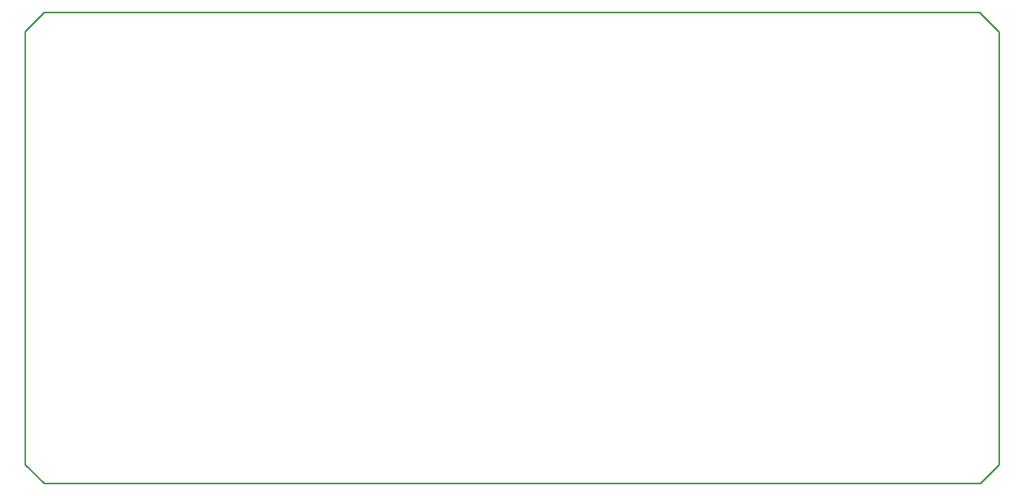
<source format=gm1>
G04*
G04 #@! TF.GenerationSoftware,Altium Limited,Altium Designer,19.0.15 (446)*
G04*
G04 Layer_Color=16711935*
%FSLAX25Y25*%
%MOIN*%
G70*
G01*
G75*
%ADD10C,0.01000*%
D10*
X14311Y169100D02*
X601025D01*
X612736Y180811D01*
Y452071D01*
X600407Y464400D02*
X612736Y452071D01*
X14311Y464400D02*
X600407D01*
X2511Y452600D02*
X14311Y464400D01*
X2511Y180900D02*
Y452600D01*
Y180900D02*
X14311Y169100D01*
M02*

</source>
